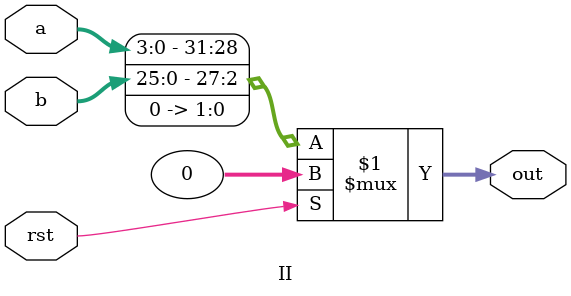
<source format=v>
`timescale 1ns / 1ps


module II(
    input [3:0] a,
    input [25:0] b,
    output [31:0] out,
    input rst
    );
    //ÒÆÎ»Æ´½Ó
    assign out = rst? 0 :{a,b,2'b00};
endmodule

</source>
